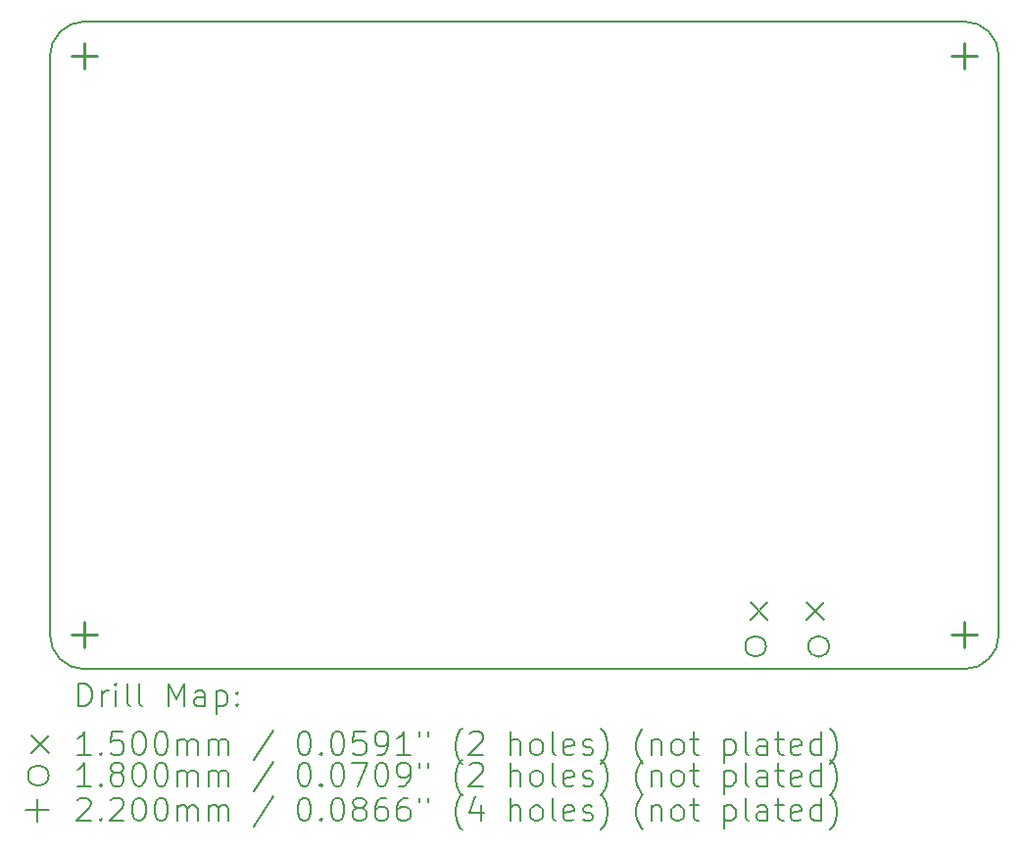
<source format=gbr>
%FSLAX45Y45*%
G04 Gerber Fmt 4.5, Leading zero omitted, Abs format (unit mm)*
G04 Created by KiCad (PCBNEW (6.0.2)) date 2023-01-29 12:52:28*
%MOMM*%
%LPD*%
G01*
G04 APERTURE LIST*
%TA.AperFunction,Profile*%
%ADD10C,0.200000*%
%TD*%
%ADD11C,0.200000*%
%ADD12C,0.150000*%
%ADD13C,0.180000*%
%ADD14C,0.220000*%
G04 APERTURE END LIST*
D10*
X5000000Y-5300000D02*
X5000000Y-10300000D01*
X12900000Y-5000000D02*
X5300000Y-5000000D01*
X13200000Y-10300000D02*
X13200000Y-5300000D01*
X5300000Y-10600000D02*
X12900000Y-10600000D01*
X5000000Y-10300000D02*
G75*
G03*
X5300000Y-10600000I300000J0D01*
G01*
X12900000Y-10600000D02*
G75*
G03*
X13200000Y-10300000I0J300000D01*
G01*
X13200000Y-5300000D02*
G75*
G03*
X12900000Y-5000000I-300000J0D01*
G01*
X5300000Y-5000000D02*
G75*
G03*
X5000000Y-5300000I0J-300000D01*
G01*
D11*
D12*
X11052500Y-10024500D02*
X11202500Y-10174500D01*
X11202500Y-10024500D02*
X11052500Y-10174500D01*
X11537500Y-10024500D02*
X11687500Y-10174500D01*
X11687500Y-10024500D02*
X11537500Y-10174500D01*
D13*
X11187500Y-10402500D02*
G75*
G03*
X11187500Y-10402500I-90000J0D01*
G01*
X11732500Y-10402500D02*
G75*
G03*
X11732500Y-10402500I-90000J0D01*
G01*
D14*
X5300000Y-5190000D02*
X5300000Y-5410000D01*
X5190000Y-5300000D02*
X5410000Y-5300000D01*
X5300000Y-10190000D02*
X5300000Y-10410000D01*
X5190000Y-10300000D02*
X5410000Y-10300000D01*
X12900000Y-5190000D02*
X12900000Y-5410000D01*
X12790000Y-5300000D02*
X13010000Y-5300000D01*
X12900000Y-10190000D02*
X12900000Y-10410000D01*
X12790000Y-10300000D02*
X13010000Y-10300000D01*
D11*
X5247619Y-10920476D02*
X5247619Y-10720476D01*
X5295238Y-10720476D01*
X5323810Y-10730000D01*
X5342857Y-10749048D01*
X5352381Y-10768095D01*
X5361905Y-10806190D01*
X5361905Y-10834762D01*
X5352381Y-10872857D01*
X5342857Y-10891905D01*
X5323810Y-10910952D01*
X5295238Y-10920476D01*
X5247619Y-10920476D01*
X5447619Y-10920476D02*
X5447619Y-10787143D01*
X5447619Y-10825238D02*
X5457143Y-10806190D01*
X5466667Y-10796667D01*
X5485714Y-10787143D01*
X5504762Y-10787143D01*
X5571429Y-10920476D02*
X5571429Y-10787143D01*
X5571429Y-10720476D02*
X5561905Y-10730000D01*
X5571429Y-10739524D01*
X5580952Y-10730000D01*
X5571429Y-10720476D01*
X5571429Y-10739524D01*
X5695238Y-10920476D02*
X5676190Y-10910952D01*
X5666667Y-10891905D01*
X5666667Y-10720476D01*
X5800000Y-10920476D02*
X5780952Y-10910952D01*
X5771428Y-10891905D01*
X5771428Y-10720476D01*
X6028571Y-10920476D02*
X6028571Y-10720476D01*
X6095238Y-10863333D01*
X6161905Y-10720476D01*
X6161905Y-10920476D01*
X6342857Y-10920476D02*
X6342857Y-10815714D01*
X6333333Y-10796667D01*
X6314286Y-10787143D01*
X6276190Y-10787143D01*
X6257143Y-10796667D01*
X6342857Y-10910952D02*
X6323809Y-10920476D01*
X6276190Y-10920476D01*
X6257143Y-10910952D01*
X6247619Y-10891905D01*
X6247619Y-10872857D01*
X6257143Y-10853810D01*
X6276190Y-10844286D01*
X6323809Y-10844286D01*
X6342857Y-10834762D01*
X6438095Y-10787143D02*
X6438095Y-10987143D01*
X6438095Y-10796667D02*
X6457143Y-10787143D01*
X6495238Y-10787143D01*
X6514286Y-10796667D01*
X6523809Y-10806190D01*
X6533333Y-10825238D01*
X6533333Y-10882381D01*
X6523809Y-10901429D01*
X6514286Y-10910952D01*
X6495238Y-10920476D01*
X6457143Y-10920476D01*
X6438095Y-10910952D01*
X6619048Y-10901429D02*
X6628571Y-10910952D01*
X6619048Y-10920476D01*
X6609524Y-10910952D01*
X6619048Y-10901429D01*
X6619048Y-10920476D01*
X6619048Y-10796667D02*
X6628571Y-10806190D01*
X6619048Y-10815714D01*
X6609524Y-10806190D01*
X6619048Y-10796667D01*
X6619048Y-10815714D01*
D12*
X4840000Y-11175000D02*
X4990000Y-11325000D01*
X4990000Y-11175000D02*
X4840000Y-11325000D01*
D11*
X5352381Y-11340476D02*
X5238095Y-11340476D01*
X5295238Y-11340476D02*
X5295238Y-11140476D01*
X5276190Y-11169048D01*
X5257143Y-11188095D01*
X5238095Y-11197619D01*
X5438095Y-11321428D02*
X5447619Y-11330952D01*
X5438095Y-11340476D01*
X5428571Y-11330952D01*
X5438095Y-11321428D01*
X5438095Y-11340476D01*
X5628571Y-11140476D02*
X5533333Y-11140476D01*
X5523810Y-11235714D01*
X5533333Y-11226190D01*
X5552381Y-11216667D01*
X5600000Y-11216667D01*
X5619048Y-11226190D01*
X5628571Y-11235714D01*
X5638095Y-11254762D01*
X5638095Y-11302381D01*
X5628571Y-11321428D01*
X5619048Y-11330952D01*
X5600000Y-11340476D01*
X5552381Y-11340476D01*
X5533333Y-11330952D01*
X5523810Y-11321428D01*
X5761905Y-11140476D02*
X5780952Y-11140476D01*
X5800000Y-11150000D01*
X5809524Y-11159524D01*
X5819048Y-11178571D01*
X5828571Y-11216667D01*
X5828571Y-11264286D01*
X5819048Y-11302381D01*
X5809524Y-11321428D01*
X5800000Y-11330952D01*
X5780952Y-11340476D01*
X5761905Y-11340476D01*
X5742857Y-11330952D01*
X5733333Y-11321428D01*
X5723809Y-11302381D01*
X5714286Y-11264286D01*
X5714286Y-11216667D01*
X5723809Y-11178571D01*
X5733333Y-11159524D01*
X5742857Y-11150000D01*
X5761905Y-11140476D01*
X5952381Y-11140476D02*
X5971428Y-11140476D01*
X5990476Y-11150000D01*
X6000000Y-11159524D01*
X6009524Y-11178571D01*
X6019048Y-11216667D01*
X6019048Y-11264286D01*
X6009524Y-11302381D01*
X6000000Y-11321428D01*
X5990476Y-11330952D01*
X5971428Y-11340476D01*
X5952381Y-11340476D01*
X5933333Y-11330952D01*
X5923809Y-11321428D01*
X5914286Y-11302381D01*
X5904762Y-11264286D01*
X5904762Y-11216667D01*
X5914286Y-11178571D01*
X5923809Y-11159524D01*
X5933333Y-11150000D01*
X5952381Y-11140476D01*
X6104762Y-11340476D02*
X6104762Y-11207143D01*
X6104762Y-11226190D02*
X6114286Y-11216667D01*
X6133333Y-11207143D01*
X6161905Y-11207143D01*
X6180952Y-11216667D01*
X6190476Y-11235714D01*
X6190476Y-11340476D01*
X6190476Y-11235714D02*
X6200000Y-11216667D01*
X6219048Y-11207143D01*
X6247619Y-11207143D01*
X6266667Y-11216667D01*
X6276190Y-11235714D01*
X6276190Y-11340476D01*
X6371428Y-11340476D02*
X6371428Y-11207143D01*
X6371428Y-11226190D02*
X6380952Y-11216667D01*
X6400000Y-11207143D01*
X6428571Y-11207143D01*
X6447619Y-11216667D01*
X6457143Y-11235714D01*
X6457143Y-11340476D01*
X6457143Y-11235714D02*
X6466667Y-11216667D01*
X6485714Y-11207143D01*
X6514286Y-11207143D01*
X6533333Y-11216667D01*
X6542857Y-11235714D01*
X6542857Y-11340476D01*
X6933333Y-11130952D02*
X6761905Y-11388095D01*
X7190476Y-11140476D02*
X7209524Y-11140476D01*
X7228571Y-11150000D01*
X7238095Y-11159524D01*
X7247619Y-11178571D01*
X7257143Y-11216667D01*
X7257143Y-11264286D01*
X7247619Y-11302381D01*
X7238095Y-11321428D01*
X7228571Y-11330952D01*
X7209524Y-11340476D01*
X7190476Y-11340476D01*
X7171428Y-11330952D01*
X7161905Y-11321428D01*
X7152381Y-11302381D01*
X7142857Y-11264286D01*
X7142857Y-11216667D01*
X7152381Y-11178571D01*
X7161905Y-11159524D01*
X7171428Y-11150000D01*
X7190476Y-11140476D01*
X7342857Y-11321428D02*
X7352381Y-11330952D01*
X7342857Y-11340476D01*
X7333333Y-11330952D01*
X7342857Y-11321428D01*
X7342857Y-11340476D01*
X7476190Y-11140476D02*
X7495238Y-11140476D01*
X7514286Y-11150000D01*
X7523809Y-11159524D01*
X7533333Y-11178571D01*
X7542857Y-11216667D01*
X7542857Y-11264286D01*
X7533333Y-11302381D01*
X7523809Y-11321428D01*
X7514286Y-11330952D01*
X7495238Y-11340476D01*
X7476190Y-11340476D01*
X7457143Y-11330952D01*
X7447619Y-11321428D01*
X7438095Y-11302381D01*
X7428571Y-11264286D01*
X7428571Y-11216667D01*
X7438095Y-11178571D01*
X7447619Y-11159524D01*
X7457143Y-11150000D01*
X7476190Y-11140476D01*
X7723809Y-11140476D02*
X7628571Y-11140476D01*
X7619048Y-11235714D01*
X7628571Y-11226190D01*
X7647619Y-11216667D01*
X7695238Y-11216667D01*
X7714286Y-11226190D01*
X7723809Y-11235714D01*
X7733333Y-11254762D01*
X7733333Y-11302381D01*
X7723809Y-11321428D01*
X7714286Y-11330952D01*
X7695238Y-11340476D01*
X7647619Y-11340476D01*
X7628571Y-11330952D01*
X7619048Y-11321428D01*
X7828571Y-11340476D02*
X7866667Y-11340476D01*
X7885714Y-11330952D01*
X7895238Y-11321428D01*
X7914286Y-11292857D01*
X7923809Y-11254762D01*
X7923809Y-11178571D01*
X7914286Y-11159524D01*
X7904762Y-11150000D01*
X7885714Y-11140476D01*
X7847619Y-11140476D01*
X7828571Y-11150000D01*
X7819048Y-11159524D01*
X7809524Y-11178571D01*
X7809524Y-11226190D01*
X7819048Y-11245238D01*
X7828571Y-11254762D01*
X7847619Y-11264286D01*
X7885714Y-11264286D01*
X7904762Y-11254762D01*
X7914286Y-11245238D01*
X7923809Y-11226190D01*
X8114286Y-11340476D02*
X8000000Y-11340476D01*
X8057143Y-11340476D02*
X8057143Y-11140476D01*
X8038095Y-11169048D01*
X8019048Y-11188095D01*
X8000000Y-11197619D01*
X8190476Y-11140476D02*
X8190476Y-11178571D01*
X8266667Y-11140476D02*
X8266667Y-11178571D01*
X8561905Y-11416667D02*
X8552381Y-11407143D01*
X8533333Y-11378571D01*
X8523810Y-11359524D01*
X8514286Y-11330952D01*
X8504762Y-11283333D01*
X8504762Y-11245238D01*
X8514286Y-11197619D01*
X8523810Y-11169048D01*
X8533333Y-11150000D01*
X8552381Y-11121429D01*
X8561905Y-11111905D01*
X8628571Y-11159524D02*
X8638095Y-11150000D01*
X8657143Y-11140476D01*
X8704762Y-11140476D01*
X8723810Y-11150000D01*
X8733333Y-11159524D01*
X8742857Y-11178571D01*
X8742857Y-11197619D01*
X8733333Y-11226190D01*
X8619048Y-11340476D01*
X8742857Y-11340476D01*
X8980952Y-11340476D02*
X8980952Y-11140476D01*
X9066667Y-11340476D02*
X9066667Y-11235714D01*
X9057143Y-11216667D01*
X9038095Y-11207143D01*
X9009524Y-11207143D01*
X8990476Y-11216667D01*
X8980952Y-11226190D01*
X9190476Y-11340476D02*
X9171429Y-11330952D01*
X9161905Y-11321428D01*
X9152381Y-11302381D01*
X9152381Y-11245238D01*
X9161905Y-11226190D01*
X9171429Y-11216667D01*
X9190476Y-11207143D01*
X9219048Y-11207143D01*
X9238095Y-11216667D01*
X9247619Y-11226190D01*
X9257143Y-11245238D01*
X9257143Y-11302381D01*
X9247619Y-11321428D01*
X9238095Y-11330952D01*
X9219048Y-11340476D01*
X9190476Y-11340476D01*
X9371429Y-11340476D02*
X9352381Y-11330952D01*
X9342857Y-11311905D01*
X9342857Y-11140476D01*
X9523810Y-11330952D02*
X9504762Y-11340476D01*
X9466667Y-11340476D01*
X9447619Y-11330952D01*
X9438095Y-11311905D01*
X9438095Y-11235714D01*
X9447619Y-11216667D01*
X9466667Y-11207143D01*
X9504762Y-11207143D01*
X9523810Y-11216667D01*
X9533333Y-11235714D01*
X9533333Y-11254762D01*
X9438095Y-11273809D01*
X9609524Y-11330952D02*
X9628571Y-11340476D01*
X9666667Y-11340476D01*
X9685714Y-11330952D01*
X9695238Y-11311905D01*
X9695238Y-11302381D01*
X9685714Y-11283333D01*
X9666667Y-11273809D01*
X9638095Y-11273809D01*
X9619048Y-11264286D01*
X9609524Y-11245238D01*
X9609524Y-11235714D01*
X9619048Y-11216667D01*
X9638095Y-11207143D01*
X9666667Y-11207143D01*
X9685714Y-11216667D01*
X9761905Y-11416667D02*
X9771429Y-11407143D01*
X9790476Y-11378571D01*
X9800000Y-11359524D01*
X9809524Y-11330952D01*
X9819048Y-11283333D01*
X9819048Y-11245238D01*
X9809524Y-11197619D01*
X9800000Y-11169048D01*
X9790476Y-11150000D01*
X9771429Y-11121429D01*
X9761905Y-11111905D01*
X10123810Y-11416667D02*
X10114286Y-11407143D01*
X10095238Y-11378571D01*
X10085714Y-11359524D01*
X10076190Y-11330952D01*
X10066667Y-11283333D01*
X10066667Y-11245238D01*
X10076190Y-11197619D01*
X10085714Y-11169048D01*
X10095238Y-11150000D01*
X10114286Y-11121429D01*
X10123810Y-11111905D01*
X10200000Y-11207143D02*
X10200000Y-11340476D01*
X10200000Y-11226190D02*
X10209524Y-11216667D01*
X10228571Y-11207143D01*
X10257143Y-11207143D01*
X10276190Y-11216667D01*
X10285714Y-11235714D01*
X10285714Y-11340476D01*
X10409524Y-11340476D02*
X10390476Y-11330952D01*
X10380952Y-11321428D01*
X10371429Y-11302381D01*
X10371429Y-11245238D01*
X10380952Y-11226190D01*
X10390476Y-11216667D01*
X10409524Y-11207143D01*
X10438095Y-11207143D01*
X10457143Y-11216667D01*
X10466667Y-11226190D01*
X10476190Y-11245238D01*
X10476190Y-11302381D01*
X10466667Y-11321428D01*
X10457143Y-11330952D01*
X10438095Y-11340476D01*
X10409524Y-11340476D01*
X10533333Y-11207143D02*
X10609524Y-11207143D01*
X10561905Y-11140476D02*
X10561905Y-11311905D01*
X10571429Y-11330952D01*
X10590476Y-11340476D01*
X10609524Y-11340476D01*
X10828571Y-11207143D02*
X10828571Y-11407143D01*
X10828571Y-11216667D02*
X10847619Y-11207143D01*
X10885714Y-11207143D01*
X10904762Y-11216667D01*
X10914286Y-11226190D01*
X10923810Y-11245238D01*
X10923810Y-11302381D01*
X10914286Y-11321428D01*
X10904762Y-11330952D01*
X10885714Y-11340476D01*
X10847619Y-11340476D01*
X10828571Y-11330952D01*
X11038095Y-11340476D02*
X11019048Y-11330952D01*
X11009524Y-11311905D01*
X11009524Y-11140476D01*
X11200000Y-11340476D02*
X11200000Y-11235714D01*
X11190476Y-11216667D01*
X11171429Y-11207143D01*
X11133333Y-11207143D01*
X11114286Y-11216667D01*
X11200000Y-11330952D02*
X11180952Y-11340476D01*
X11133333Y-11340476D01*
X11114286Y-11330952D01*
X11104762Y-11311905D01*
X11104762Y-11292857D01*
X11114286Y-11273809D01*
X11133333Y-11264286D01*
X11180952Y-11264286D01*
X11200000Y-11254762D01*
X11266667Y-11207143D02*
X11342857Y-11207143D01*
X11295238Y-11140476D02*
X11295238Y-11311905D01*
X11304762Y-11330952D01*
X11323809Y-11340476D01*
X11342857Y-11340476D01*
X11485714Y-11330952D02*
X11466667Y-11340476D01*
X11428571Y-11340476D01*
X11409524Y-11330952D01*
X11400000Y-11311905D01*
X11400000Y-11235714D01*
X11409524Y-11216667D01*
X11428571Y-11207143D01*
X11466667Y-11207143D01*
X11485714Y-11216667D01*
X11495238Y-11235714D01*
X11495238Y-11254762D01*
X11400000Y-11273809D01*
X11666667Y-11340476D02*
X11666667Y-11140476D01*
X11666667Y-11330952D02*
X11647619Y-11340476D01*
X11609524Y-11340476D01*
X11590476Y-11330952D01*
X11580952Y-11321428D01*
X11571428Y-11302381D01*
X11571428Y-11245238D01*
X11580952Y-11226190D01*
X11590476Y-11216667D01*
X11609524Y-11207143D01*
X11647619Y-11207143D01*
X11666667Y-11216667D01*
X11742857Y-11416667D02*
X11752381Y-11407143D01*
X11771428Y-11378571D01*
X11780952Y-11359524D01*
X11790476Y-11330952D01*
X11800000Y-11283333D01*
X11800000Y-11245238D01*
X11790476Y-11197619D01*
X11780952Y-11169048D01*
X11771428Y-11150000D01*
X11752381Y-11121429D01*
X11742857Y-11111905D01*
D13*
X4990000Y-11520000D02*
G75*
G03*
X4990000Y-11520000I-90000J0D01*
G01*
D11*
X5352381Y-11610476D02*
X5238095Y-11610476D01*
X5295238Y-11610476D02*
X5295238Y-11410476D01*
X5276190Y-11439048D01*
X5257143Y-11458095D01*
X5238095Y-11467619D01*
X5438095Y-11591428D02*
X5447619Y-11600952D01*
X5438095Y-11610476D01*
X5428571Y-11600952D01*
X5438095Y-11591428D01*
X5438095Y-11610476D01*
X5561905Y-11496190D02*
X5542857Y-11486667D01*
X5533333Y-11477143D01*
X5523810Y-11458095D01*
X5523810Y-11448571D01*
X5533333Y-11429524D01*
X5542857Y-11420000D01*
X5561905Y-11410476D01*
X5600000Y-11410476D01*
X5619048Y-11420000D01*
X5628571Y-11429524D01*
X5638095Y-11448571D01*
X5638095Y-11458095D01*
X5628571Y-11477143D01*
X5619048Y-11486667D01*
X5600000Y-11496190D01*
X5561905Y-11496190D01*
X5542857Y-11505714D01*
X5533333Y-11515238D01*
X5523810Y-11534286D01*
X5523810Y-11572381D01*
X5533333Y-11591428D01*
X5542857Y-11600952D01*
X5561905Y-11610476D01*
X5600000Y-11610476D01*
X5619048Y-11600952D01*
X5628571Y-11591428D01*
X5638095Y-11572381D01*
X5638095Y-11534286D01*
X5628571Y-11515238D01*
X5619048Y-11505714D01*
X5600000Y-11496190D01*
X5761905Y-11410476D02*
X5780952Y-11410476D01*
X5800000Y-11420000D01*
X5809524Y-11429524D01*
X5819048Y-11448571D01*
X5828571Y-11486667D01*
X5828571Y-11534286D01*
X5819048Y-11572381D01*
X5809524Y-11591428D01*
X5800000Y-11600952D01*
X5780952Y-11610476D01*
X5761905Y-11610476D01*
X5742857Y-11600952D01*
X5733333Y-11591428D01*
X5723809Y-11572381D01*
X5714286Y-11534286D01*
X5714286Y-11486667D01*
X5723809Y-11448571D01*
X5733333Y-11429524D01*
X5742857Y-11420000D01*
X5761905Y-11410476D01*
X5952381Y-11410476D02*
X5971428Y-11410476D01*
X5990476Y-11420000D01*
X6000000Y-11429524D01*
X6009524Y-11448571D01*
X6019048Y-11486667D01*
X6019048Y-11534286D01*
X6009524Y-11572381D01*
X6000000Y-11591428D01*
X5990476Y-11600952D01*
X5971428Y-11610476D01*
X5952381Y-11610476D01*
X5933333Y-11600952D01*
X5923809Y-11591428D01*
X5914286Y-11572381D01*
X5904762Y-11534286D01*
X5904762Y-11486667D01*
X5914286Y-11448571D01*
X5923809Y-11429524D01*
X5933333Y-11420000D01*
X5952381Y-11410476D01*
X6104762Y-11610476D02*
X6104762Y-11477143D01*
X6104762Y-11496190D02*
X6114286Y-11486667D01*
X6133333Y-11477143D01*
X6161905Y-11477143D01*
X6180952Y-11486667D01*
X6190476Y-11505714D01*
X6190476Y-11610476D01*
X6190476Y-11505714D02*
X6200000Y-11486667D01*
X6219048Y-11477143D01*
X6247619Y-11477143D01*
X6266667Y-11486667D01*
X6276190Y-11505714D01*
X6276190Y-11610476D01*
X6371428Y-11610476D02*
X6371428Y-11477143D01*
X6371428Y-11496190D02*
X6380952Y-11486667D01*
X6400000Y-11477143D01*
X6428571Y-11477143D01*
X6447619Y-11486667D01*
X6457143Y-11505714D01*
X6457143Y-11610476D01*
X6457143Y-11505714D02*
X6466667Y-11486667D01*
X6485714Y-11477143D01*
X6514286Y-11477143D01*
X6533333Y-11486667D01*
X6542857Y-11505714D01*
X6542857Y-11610476D01*
X6933333Y-11400952D02*
X6761905Y-11658095D01*
X7190476Y-11410476D02*
X7209524Y-11410476D01*
X7228571Y-11420000D01*
X7238095Y-11429524D01*
X7247619Y-11448571D01*
X7257143Y-11486667D01*
X7257143Y-11534286D01*
X7247619Y-11572381D01*
X7238095Y-11591428D01*
X7228571Y-11600952D01*
X7209524Y-11610476D01*
X7190476Y-11610476D01*
X7171428Y-11600952D01*
X7161905Y-11591428D01*
X7152381Y-11572381D01*
X7142857Y-11534286D01*
X7142857Y-11486667D01*
X7152381Y-11448571D01*
X7161905Y-11429524D01*
X7171428Y-11420000D01*
X7190476Y-11410476D01*
X7342857Y-11591428D02*
X7352381Y-11600952D01*
X7342857Y-11610476D01*
X7333333Y-11600952D01*
X7342857Y-11591428D01*
X7342857Y-11610476D01*
X7476190Y-11410476D02*
X7495238Y-11410476D01*
X7514286Y-11420000D01*
X7523809Y-11429524D01*
X7533333Y-11448571D01*
X7542857Y-11486667D01*
X7542857Y-11534286D01*
X7533333Y-11572381D01*
X7523809Y-11591428D01*
X7514286Y-11600952D01*
X7495238Y-11610476D01*
X7476190Y-11610476D01*
X7457143Y-11600952D01*
X7447619Y-11591428D01*
X7438095Y-11572381D01*
X7428571Y-11534286D01*
X7428571Y-11486667D01*
X7438095Y-11448571D01*
X7447619Y-11429524D01*
X7457143Y-11420000D01*
X7476190Y-11410476D01*
X7609524Y-11410476D02*
X7742857Y-11410476D01*
X7657143Y-11610476D01*
X7857143Y-11410476D02*
X7876190Y-11410476D01*
X7895238Y-11420000D01*
X7904762Y-11429524D01*
X7914286Y-11448571D01*
X7923809Y-11486667D01*
X7923809Y-11534286D01*
X7914286Y-11572381D01*
X7904762Y-11591428D01*
X7895238Y-11600952D01*
X7876190Y-11610476D01*
X7857143Y-11610476D01*
X7838095Y-11600952D01*
X7828571Y-11591428D01*
X7819048Y-11572381D01*
X7809524Y-11534286D01*
X7809524Y-11486667D01*
X7819048Y-11448571D01*
X7828571Y-11429524D01*
X7838095Y-11420000D01*
X7857143Y-11410476D01*
X8019048Y-11610476D02*
X8057143Y-11610476D01*
X8076190Y-11600952D01*
X8085714Y-11591428D01*
X8104762Y-11562857D01*
X8114286Y-11524762D01*
X8114286Y-11448571D01*
X8104762Y-11429524D01*
X8095238Y-11420000D01*
X8076190Y-11410476D01*
X8038095Y-11410476D01*
X8019048Y-11420000D01*
X8009524Y-11429524D01*
X8000000Y-11448571D01*
X8000000Y-11496190D01*
X8009524Y-11515238D01*
X8019048Y-11524762D01*
X8038095Y-11534286D01*
X8076190Y-11534286D01*
X8095238Y-11524762D01*
X8104762Y-11515238D01*
X8114286Y-11496190D01*
X8190476Y-11410476D02*
X8190476Y-11448571D01*
X8266667Y-11410476D02*
X8266667Y-11448571D01*
X8561905Y-11686667D02*
X8552381Y-11677143D01*
X8533333Y-11648571D01*
X8523810Y-11629524D01*
X8514286Y-11600952D01*
X8504762Y-11553333D01*
X8504762Y-11515238D01*
X8514286Y-11467619D01*
X8523810Y-11439048D01*
X8533333Y-11420000D01*
X8552381Y-11391428D01*
X8561905Y-11381905D01*
X8628571Y-11429524D02*
X8638095Y-11420000D01*
X8657143Y-11410476D01*
X8704762Y-11410476D01*
X8723810Y-11420000D01*
X8733333Y-11429524D01*
X8742857Y-11448571D01*
X8742857Y-11467619D01*
X8733333Y-11496190D01*
X8619048Y-11610476D01*
X8742857Y-11610476D01*
X8980952Y-11610476D02*
X8980952Y-11410476D01*
X9066667Y-11610476D02*
X9066667Y-11505714D01*
X9057143Y-11486667D01*
X9038095Y-11477143D01*
X9009524Y-11477143D01*
X8990476Y-11486667D01*
X8980952Y-11496190D01*
X9190476Y-11610476D02*
X9171429Y-11600952D01*
X9161905Y-11591428D01*
X9152381Y-11572381D01*
X9152381Y-11515238D01*
X9161905Y-11496190D01*
X9171429Y-11486667D01*
X9190476Y-11477143D01*
X9219048Y-11477143D01*
X9238095Y-11486667D01*
X9247619Y-11496190D01*
X9257143Y-11515238D01*
X9257143Y-11572381D01*
X9247619Y-11591428D01*
X9238095Y-11600952D01*
X9219048Y-11610476D01*
X9190476Y-11610476D01*
X9371429Y-11610476D02*
X9352381Y-11600952D01*
X9342857Y-11581905D01*
X9342857Y-11410476D01*
X9523810Y-11600952D02*
X9504762Y-11610476D01*
X9466667Y-11610476D01*
X9447619Y-11600952D01*
X9438095Y-11581905D01*
X9438095Y-11505714D01*
X9447619Y-11486667D01*
X9466667Y-11477143D01*
X9504762Y-11477143D01*
X9523810Y-11486667D01*
X9533333Y-11505714D01*
X9533333Y-11524762D01*
X9438095Y-11543809D01*
X9609524Y-11600952D02*
X9628571Y-11610476D01*
X9666667Y-11610476D01*
X9685714Y-11600952D01*
X9695238Y-11581905D01*
X9695238Y-11572381D01*
X9685714Y-11553333D01*
X9666667Y-11543809D01*
X9638095Y-11543809D01*
X9619048Y-11534286D01*
X9609524Y-11515238D01*
X9609524Y-11505714D01*
X9619048Y-11486667D01*
X9638095Y-11477143D01*
X9666667Y-11477143D01*
X9685714Y-11486667D01*
X9761905Y-11686667D02*
X9771429Y-11677143D01*
X9790476Y-11648571D01*
X9800000Y-11629524D01*
X9809524Y-11600952D01*
X9819048Y-11553333D01*
X9819048Y-11515238D01*
X9809524Y-11467619D01*
X9800000Y-11439048D01*
X9790476Y-11420000D01*
X9771429Y-11391428D01*
X9761905Y-11381905D01*
X10123810Y-11686667D02*
X10114286Y-11677143D01*
X10095238Y-11648571D01*
X10085714Y-11629524D01*
X10076190Y-11600952D01*
X10066667Y-11553333D01*
X10066667Y-11515238D01*
X10076190Y-11467619D01*
X10085714Y-11439048D01*
X10095238Y-11420000D01*
X10114286Y-11391428D01*
X10123810Y-11381905D01*
X10200000Y-11477143D02*
X10200000Y-11610476D01*
X10200000Y-11496190D02*
X10209524Y-11486667D01*
X10228571Y-11477143D01*
X10257143Y-11477143D01*
X10276190Y-11486667D01*
X10285714Y-11505714D01*
X10285714Y-11610476D01*
X10409524Y-11610476D02*
X10390476Y-11600952D01*
X10380952Y-11591428D01*
X10371429Y-11572381D01*
X10371429Y-11515238D01*
X10380952Y-11496190D01*
X10390476Y-11486667D01*
X10409524Y-11477143D01*
X10438095Y-11477143D01*
X10457143Y-11486667D01*
X10466667Y-11496190D01*
X10476190Y-11515238D01*
X10476190Y-11572381D01*
X10466667Y-11591428D01*
X10457143Y-11600952D01*
X10438095Y-11610476D01*
X10409524Y-11610476D01*
X10533333Y-11477143D02*
X10609524Y-11477143D01*
X10561905Y-11410476D02*
X10561905Y-11581905D01*
X10571429Y-11600952D01*
X10590476Y-11610476D01*
X10609524Y-11610476D01*
X10828571Y-11477143D02*
X10828571Y-11677143D01*
X10828571Y-11486667D02*
X10847619Y-11477143D01*
X10885714Y-11477143D01*
X10904762Y-11486667D01*
X10914286Y-11496190D01*
X10923810Y-11515238D01*
X10923810Y-11572381D01*
X10914286Y-11591428D01*
X10904762Y-11600952D01*
X10885714Y-11610476D01*
X10847619Y-11610476D01*
X10828571Y-11600952D01*
X11038095Y-11610476D02*
X11019048Y-11600952D01*
X11009524Y-11581905D01*
X11009524Y-11410476D01*
X11200000Y-11610476D02*
X11200000Y-11505714D01*
X11190476Y-11486667D01*
X11171429Y-11477143D01*
X11133333Y-11477143D01*
X11114286Y-11486667D01*
X11200000Y-11600952D02*
X11180952Y-11610476D01*
X11133333Y-11610476D01*
X11114286Y-11600952D01*
X11104762Y-11581905D01*
X11104762Y-11562857D01*
X11114286Y-11543809D01*
X11133333Y-11534286D01*
X11180952Y-11534286D01*
X11200000Y-11524762D01*
X11266667Y-11477143D02*
X11342857Y-11477143D01*
X11295238Y-11410476D02*
X11295238Y-11581905D01*
X11304762Y-11600952D01*
X11323809Y-11610476D01*
X11342857Y-11610476D01*
X11485714Y-11600952D02*
X11466667Y-11610476D01*
X11428571Y-11610476D01*
X11409524Y-11600952D01*
X11400000Y-11581905D01*
X11400000Y-11505714D01*
X11409524Y-11486667D01*
X11428571Y-11477143D01*
X11466667Y-11477143D01*
X11485714Y-11486667D01*
X11495238Y-11505714D01*
X11495238Y-11524762D01*
X11400000Y-11543809D01*
X11666667Y-11610476D02*
X11666667Y-11410476D01*
X11666667Y-11600952D02*
X11647619Y-11610476D01*
X11609524Y-11610476D01*
X11590476Y-11600952D01*
X11580952Y-11591428D01*
X11571428Y-11572381D01*
X11571428Y-11515238D01*
X11580952Y-11496190D01*
X11590476Y-11486667D01*
X11609524Y-11477143D01*
X11647619Y-11477143D01*
X11666667Y-11486667D01*
X11742857Y-11686667D02*
X11752381Y-11677143D01*
X11771428Y-11648571D01*
X11780952Y-11629524D01*
X11790476Y-11600952D01*
X11800000Y-11553333D01*
X11800000Y-11515238D01*
X11790476Y-11467619D01*
X11780952Y-11439048D01*
X11771428Y-11420000D01*
X11752381Y-11391428D01*
X11742857Y-11381905D01*
X4890000Y-11720000D02*
X4890000Y-11920000D01*
X4790000Y-11820000D02*
X4990000Y-11820000D01*
X5238095Y-11729524D02*
X5247619Y-11720000D01*
X5266667Y-11710476D01*
X5314286Y-11710476D01*
X5333333Y-11720000D01*
X5342857Y-11729524D01*
X5352381Y-11748571D01*
X5352381Y-11767619D01*
X5342857Y-11796190D01*
X5228571Y-11910476D01*
X5352381Y-11910476D01*
X5438095Y-11891428D02*
X5447619Y-11900952D01*
X5438095Y-11910476D01*
X5428571Y-11900952D01*
X5438095Y-11891428D01*
X5438095Y-11910476D01*
X5523810Y-11729524D02*
X5533333Y-11720000D01*
X5552381Y-11710476D01*
X5600000Y-11710476D01*
X5619048Y-11720000D01*
X5628571Y-11729524D01*
X5638095Y-11748571D01*
X5638095Y-11767619D01*
X5628571Y-11796190D01*
X5514286Y-11910476D01*
X5638095Y-11910476D01*
X5761905Y-11710476D02*
X5780952Y-11710476D01*
X5800000Y-11720000D01*
X5809524Y-11729524D01*
X5819048Y-11748571D01*
X5828571Y-11786667D01*
X5828571Y-11834286D01*
X5819048Y-11872381D01*
X5809524Y-11891428D01*
X5800000Y-11900952D01*
X5780952Y-11910476D01*
X5761905Y-11910476D01*
X5742857Y-11900952D01*
X5733333Y-11891428D01*
X5723809Y-11872381D01*
X5714286Y-11834286D01*
X5714286Y-11786667D01*
X5723809Y-11748571D01*
X5733333Y-11729524D01*
X5742857Y-11720000D01*
X5761905Y-11710476D01*
X5952381Y-11710476D02*
X5971428Y-11710476D01*
X5990476Y-11720000D01*
X6000000Y-11729524D01*
X6009524Y-11748571D01*
X6019048Y-11786667D01*
X6019048Y-11834286D01*
X6009524Y-11872381D01*
X6000000Y-11891428D01*
X5990476Y-11900952D01*
X5971428Y-11910476D01*
X5952381Y-11910476D01*
X5933333Y-11900952D01*
X5923809Y-11891428D01*
X5914286Y-11872381D01*
X5904762Y-11834286D01*
X5904762Y-11786667D01*
X5914286Y-11748571D01*
X5923809Y-11729524D01*
X5933333Y-11720000D01*
X5952381Y-11710476D01*
X6104762Y-11910476D02*
X6104762Y-11777143D01*
X6104762Y-11796190D02*
X6114286Y-11786667D01*
X6133333Y-11777143D01*
X6161905Y-11777143D01*
X6180952Y-11786667D01*
X6190476Y-11805714D01*
X6190476Y-11910476D01*
X6190476Y-11805714D02*
X6200000Y-11786667D01*
X6219048Y-11777143D01*
X6247619Y-11777143D01*
X6266667Y-11786667D01*
X6276190Y-11805714D01*
X6276190Y-11910476D01*
X6371428Y-11910476D02*
X6371428Y-11777143D01*
X6371428Y-11796190D02*
X6380952Y-11786667D01*
X6400000Y-11777143D01*
X6428571Y-11777143D01*
X6447619Y-11786667D01*
X6457143Y-11805714D01*
X6457143Y-11910476D01*
X6457143Y-11805714D02*
X6466667Y-11786667D01*
X6485714Y-11777143D01*
X6514286Y-11777143D01*
X6533333Y-11786667D01*
X6542857Y-11805714D01*
X6542857Y-11910476D01*
X6933333Y-11700952D02*
X6761905Y-11958095D01*
X7190476Y-11710476D02*
X7209524Y-11710476D01*
X7228571Y-11720000D01*
X7238095Y-11729524D01*
X7247619Y-11748571D01*
X7257143Y-11786667D01*
X7257143Y-11834286D01*
X7247619Y-11872381D01*
X7238095Y-11891428D01*
X7228571Y-11900952D01*
X7209524Y-11910476D01*
X7190476Y-11910476D01*
X7171428Y-11900952D01*
X7161905Y-11891428D01*
X7152381Y-11872381D01*
X7142857Y-11834286D01*
X7142857Y-11786667D01*
X7152381Y-11748571D01*
X7161905Y-11729524D01*
X7171428Y-11720000D01*
X7190476Y-11710476D01*
X7342857Y-11891428D02*
X7352381Y-11900952D01*
X7342857Y-11910476D01*
X7333333Y-11900952D01*
X7342857Y-11891428D01*
X7342857Y-11910476D01*
X7476190Y-11710476D02*
X7495238Y-11710476D01*
X7514286Y-11720000D01*
X7523809Y-11729524D01*
X7533333Y-11748571D01*
X7542857Y-11786667D01*
X7542857Y-11834286D01*
X7533333Y-11872381D01*
X7523809Y-11891428D01*
X7514286Y-11900952D01*
X7495238Y-11910476D01*
X7476190Y-11910476D01*
X7457143Y-11900952D01*
X7447619Y-11891428D01*
X7438095Y-11872381D01*
X7428571Y-11834286D01*
X7428571Y-11786667D01*
X7438095Y-11748571D01*
X7447619Y-11729524D01*
X7457143Y-11720000D01*
X7476190Y-11710476D01*
X7657143Y-11796190D02*
X7638095Y-11786667D01*
X7628571Y-11777143D01*
X7619048Y-11758095D01*
X7619048Y-11748571D01*
X7628571Y-11729524D01*
X7638095Y-11720000D01*
X7657143Y-11710476D01*
X7695238Y-11710476D01*
X7714286Y-11720000D01*
X7723809Y-11729524D01*
X7733333Y-11748571D01*
X7733333Y-11758095D01*
X7723809Y-11777143D01*
X7714286Y-11786667D01*
X7695238Y-11796190D01*
X7657143Y-11796190D01*
X7638095Y-11805714D01*
X7628571Y-11815238D01*
X7619048Y-11834286D01*
X7619048Y-11872381D01*
X7628571Y-11891428D01*
X7638095Y-11900952D01*
X7657143Y-11910476D01*
X7695238Y-11910476D01*
X7714286Y-11900952D01*
X7723809Y-11891428D01*
X7733333Y-11872381D01*
X7733333Y-11834286D01*
X7723809Y-11815238D01*
X7714286Y-11805714D01*
X7695238Y-11796190D01*
X7904762Y-11710476D02*
X7866667Y-11710476D01*
X7847619Y-11720000D01*
X7838095Y-11729524D01*
X7819048Y-11758095D01*
X7809524Y-11796190D01*
X7809524Y-11872381D01*
X7819048Y-11891428D01*
X7828571Y-11900952D01*
X7847619Y-11910476D01*
X7885714Y-11910476D01*
X7904762Y-11900952D01*
X7914286Y-11891428D01*
X7923809Y-11872381D01*
X7923809Y-11824762D01*
X7914286Y-11805714D01*
X7904762Y-11796190D01*
X7885714Y-11786667D01*
X7847619Y-11786667D01*
X7828571Y-11796190D01*
X7819048Y-11805714D01*
X7809524Y-11824762D01*
X8095238Y-11710476D02*
X8057143Y-11710476D01*
X8038095Y-11720000D01*
X8028571Y-11729524D01*
X8009524Y-11758095D01*
X8000000Y-11796190D01*
X8000000Y-11872381D01*
X8009524Y-11891428D01*
X8019048Y-11900952D01*
X8038095Y-11910476D01*
X8076190Y-11910476D01*
X8095238Y-11900952D01*
X8104762Y-11891428D01*
X8114286Y-11872381D01*
X8114286Y-11824762D01*
X8104762Y-11805714D01*
X8095238Y-11796190D01*
X8076190Y-11786667D01*
X8038095Y-11786667D01*
X8019048Y-11796190D01*
X8009524Y-11805714D01*
X8000000Y-11824762D01*
X8190476Y-11710476D02*
X8190476Y-11748571D01*
X8266667Y-11710476D02*
X8266667Y-11748571D01*
X8561905Y-11986667D02*
X8552381Y-11977143D01*
X8533333Y-11948571D01*
X8523810Y-11929524D01*
X8514286Y-11900952D01*
X8504762Y-11853333D01*
X8504762Y-11815238D01*
X8514286Y-11767619D01*
X8523810Y-11739048D01*
X8533333Y-11720000D01*
X8552381Y-11691428D01*
X8561905Y-11681905D01*
X8723810Y-11777143D02*
X8723810Y-11910476D01*
X8676190Y-11700952D02*
X8628571Y-11843809D01*
X8752381Y-11843809D01*
X8980952Y-11910476D02*
X8980952Y-11710476D01*
X9066667Y-11910476D02*
X9066667Y-11805714D01*
X9057143Y-11786667D01*
X9038095Y-11777143D01*
X9009524Y-11777143D01*
X8990476Y-11786667D01*
X8980952Y-11796190D01*
X9190476Y-11910476D02*
X9171429Y-11900952D01*
X9161905Y-11891428D01*
X9152381Y-11872381D01*
X9152381Y-11815238D01*
X9161905Y-11796190D01*
X9171429Y-11786667D01*
X9190476Y-11777143D01*
X9219048Y-11777143D01*
X9238095Y-11786667D01*
X9247619Y-11796190D01*
X9257143Y-11815238D01*
X9257143Y-11872381D01*
X9247619Y-11891428D01*
X9238095Y-11900952D01*
X9219048Y-11910476D01*
X9190476Y-11910476D01*
X9371429Y-11910476D02*
X9352381Y-11900952D01*
X9342857Y-11881905D01*
X9342857Y-11710476D01*
X9523810Y-11900952D02*
X9504762Y-11910476D01*
X9466667Y-11910476D01*
X9447619Y-11900952D01*
X9438095Y-11881905D01*
X9438095Y-11805714D01*
X9447619Y-11786667D01*
X9466667Y-11777143D01*
X9504762Y-11777143D01*
X9523810Y-11786667D01*
X9533333Y-11805714D01*
X9533333Y-11824762D01*
X9438095Y-11843809D01*
X9609524Y-11900952D02*
X9628571Y-11910476D01*
X9666667Y-11910476D01*
X9685714Y-11900952D01*
X9695238Y-11881905D01*
X9695238Y-11872381D01*
X9685714Y-11853333D01*
X9666667Y-11843809D01*
X9638095Y-11843809D01*
X9619048Y-11834286D01*
X9609524Y-11815238D01*
X9609524Y-11805714D01*
X9619048Y-11786667D01*
X9638095Y-11777143D01*
X9666667Y-11777143D01*
X9685714Y-11786667D01*
X9761905Y-11986667D02*
X9771429Y-11977143D01*
X9790476Y-11948571D01*
X9800000Y-11929524D01*
X9809524Y-11900952D01*
X9819048Y-11853333D01*
X9819048Y-11815238D01*
X9809524Y-11767619D01*
X9800000Y-11739048D01*
X9790476Y-11720000D01*
X9771429Y-11691428D01*
X9761905Y-11681905D01*
X10123810Y-11986667D02*
X10114286Y-11977143D01*
X10095238Y-11948571D01*
X10085714Y-11929524D01*
X10076190Y-11900952D01*
X10066667Y-11853333D01*
X10066667Y-11815238D01*
X10076190Y-11767619D01*
X10085714Y-11739048D01*
X10095238Y-11720000D01*
X10114286Y-11691428D01*
X10123810Y-11681905D01*
X10200000Y-11777143D02*
X10200000Y-11910476D01*
X10200000Y-11796190D02*
X10209524Y-11786667D01*
X10228571Y-11777143D01*
X10257143Y-11777143D01*
X10276190Y-11786667D01*
X10285714Y-11805714D01*
X10285714Y-11910476D01*
X10409524Y-11910476D02*
X10390476Y-11900952D01*
X10380952Y-11891428D01*
X10371429Y-11872381D01*
X10371429Y-11815238D01*
X10380952Y-11796190D01*
X10390476Y-11786667D01*
X10409524Y-11777143D01*
X10438095Y-11777143D01*
X10457143Y-11786667D01*
X10466667Y-11796190D01*
X10476190Y-11815238D01*
X10476190Y-11872381D01*
X10466667Y-11891428D01*
X10457143Y-11900952D01*
X10438095Y-11910476D01*
X10409524Y-11910476D01*
X10533333Y-11777143D02*
X10609524Y-11777143D01*
X10561905Y-11710476D02*
X10561905Y-11881905D01*
X10571429Y-11900952D01*
X10590476Y-11910476D01*
X10609524Y-11910476D01*
X10828571Y-11777143D02*
X10828571Y-11977143D01*
X10828571Y-11786667D02*
X10847619Y-11777143D01*
X10885714Y-11777143D01*
X10904762Y-11786667D01*
X10914286Y-11796190D01*
X10923810Y-11815238D01*
X10923810Y-11872381D01*
X10914286Y-11891428D01*
X10904762Y-11900952D01*
X10885714Y-11910476D01*
X10847619Y-11910476D01*
X10828571Y-11900952D01*
X11038095Y-11910476D02*
X11019048Y-11900952D01*
X11009524Y-11881905D01*
X11009524Y-11710476D01*
X11200000Y-11910476D02*
X11200000Y-11805714D01*
X11190476Y-11786667D01*
X11171429Y-11777143D01*
X11133333Y-11777143D01*
X11114286Y-11786667D01*
X11200000Y-11900952D02*
X11180952Y-11910476D01*
X11133333Y-11910476D01*
X11114286Y-11900952D01*
X11104762Y-11881905D01*
X11104762Y-11862857D01*
X11114286Y-11843809D01*
X11133333Y-11834286D01*
X11180952Y-11834286D01*
X11200000Y-11824762D01*
X11266667Y-11777143D02*
X11342857Y-11777143D01*
X11295238Y-11710476D02*
X11295238Y-11881905D01*
X11304762Y-11900952D01*
X11323809Y-11910476D01*
X11342857Y-11910476D01*
X11485714Y-11900952D02*
X11466667Y-11910476D01*
X11428571Y-11910476D01*
X11409524Y-11900952D01*
X11400000Y-11881905D01*
X11400000Y-11805714D01*
X11409524Y-11786667D01*
X11428571Y-11777143D01*
X11466667Y-11777143D01*
X11485714Y-11786667D01*
X11495238Y-11805714D01*
X11495238Y-11824762D01*
X11400000Y-11843809D01*
X11666667Y-11910476D02*
X11666667Y-11710476D01*
X11666667Y-11900952D02*
X11647619Y-11910476D01*
X11609524Y-11910476D01*
X11590476Y-11900952D01*
X11580952Y-11891428D01*
X11571428Y-11872381D01*
X11571428Y-11815238D01*
X11580952Y-11796190D01*
X11590476Y-11786667D01*
X11609524Y-11777143D01*
X11647619Y-11777143D01*
X11666667Y-11786667D01*
X11742857Y-11986667D02*
X11752381Y-11977143D01*
X11771428Y-11948571D01*
X11780952Y-11929524D01*
X11790476Y-11900952D01*
X11800000Y-11853333D01*
X11800000Y-11815238D01*
X11790476Y-11767619D01*
X11780952Y-11739048D01*
X11771428Y-11720000D01*
X11752381Y-11691428D01*
X11742857Y-11681905D01*
M02*

</source>
